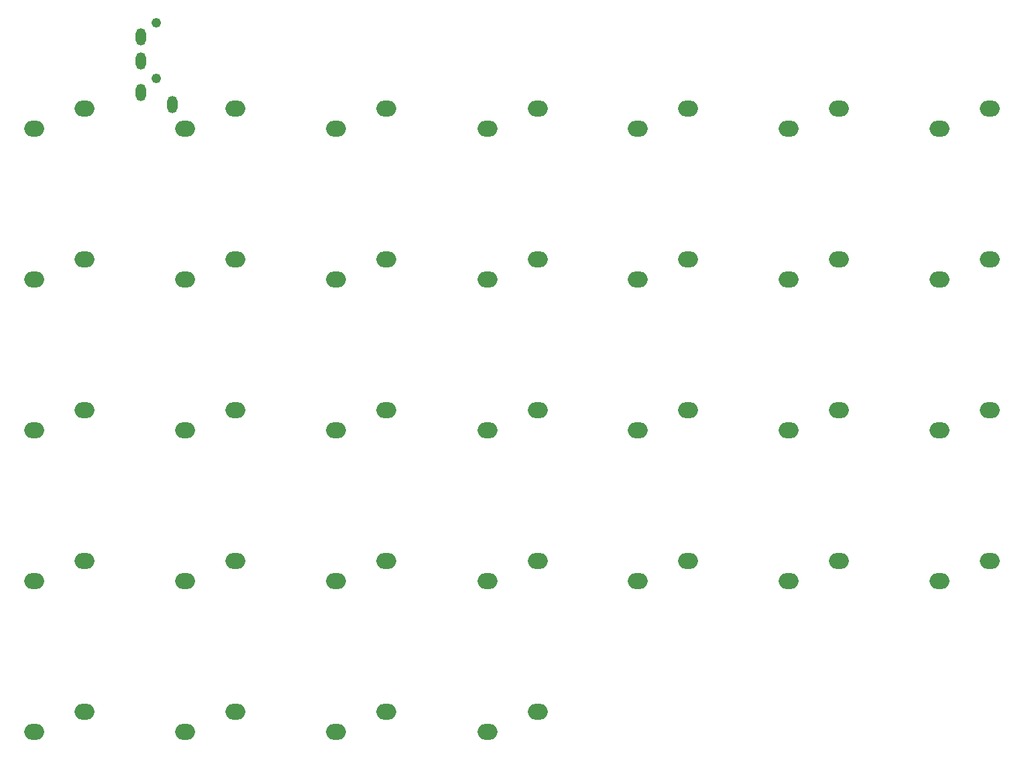
<source format=gbr>
%TF.GenerationSoftware,KiCad,Pcbnew,(7.0.0-0)*%
%TF.CreationDate,2023-03-19T23:49:49+09:00*%
%TF.ProjectId,11111_pcb,31313131-315f-4706-9362-2e6b69636164,rev?*%
%TF.SameCoordinates,Original*%
%TF.FileFunction,Legend,Top*%
%TF.FilePolarity,Positive*%
%FSLAX46Y46*%
G04 Gerber Fmt 4.6, Leading zero omitted, Abs format (unit mm)*
G04 Created by KiCad (PCBNEW (7.0.0-0)) date 2023-03-19 23:49:49*
%MOMM*%
%LPD*%
G01*
G04 APERTURE LIST*
%ADD10O,2.500000X2.000000*%
%ADD11C,1.210000*%
%ADD12O,1.300000X2.200000*%
G04 APERTURE END LIST*
D10*
%TO.C,SW54*%
X270105986Y-92671999D03*
X276455986Y-90131999D03*
%TD*%
%TO.C,SW13*%
X289105986Y-35521999D03*
X295455986Y-32981999D03*
%TD*%
%TO.C,SW8*%
X193905986Y-35521999D03*
X200255986Y-32981999D03*
%TD*%
%TO.C,SW61*%
X193905986Y-111721999D03*
X200255986Y-109181999D03*
%TD*%
%TO.C,SW26*%
X270105986Y-54571999D03*
X276455986Y-52031999D03*
%TD*%
%TO.C,SW22*%
X193905986Y-54571999D03*
X200255986Y-52031999D03*
%TD*%
%TO.C,SW62*%
X212905986Y-111721999D03*
X219255986Y-109181999D03*
%TD*%
%TO.C,SW23*%
X212905986Y-54571999D03*
X219255986Y-52031999D03*
%TD*%
%TO.C,SW12*%
X270105986Y-35521999D03*
X276455986Y-32981999D03*
%TD*%
%TO.C,SW40*%
X270105986Y-73621999D03*
X276455986Y-71081999D03*
%TD*%
%TO.C,SW53*%
X251105986Y-92671999D03*
X257455986Y-90131999D03*
%TD*%
%TO.C,SW28*%
X308205986Y-54571999D03*
X314555986Y-52031999D03*
%TD*%
%TO.C,SW51*%
X212905986Y-92671999D03*
X219255986Y-90131999D03*
%TD*%
%TO.C,SW37*%
X212905986Y-73621999D03*
X219255986Y-71081999D03*
%TD*%
%TO.C,SW56*%
X308205986Y-92671999D03*
X314555986Y-90131999D03*
%TD*%
%TO.C,SW9*%
X212905986Y-35521999D03*
X219255986Y-32981999D03*
%TD*%
%TO.C,SW27*%
X289105986Y-54571999D03*
X295455986Y-52031999D03*
%TD*%
%TO.C,SW14*%
X308205986Y-35521999D03*
X314555986Y-32981999D03*
%TD*%
%TO.C,SW50*%
X193905986Y-92671999D03*
X200255986Y-90131999D03*
%TD*%
%TO.C,SW38*%
X232005986Y-73621999D03*
X238355986Y-71081999D03*
%TD*%
%TO.C,SW11*%
X251105986Y-35521999D03*
X257455986Y-32981999D03*
%TD*%
%TO.C,SW52*%
X232005986Y-92671999D03*
X238355986Y-90131999D03*
%TD*%
%TO.C,SW39*%
X251105986Y-73621999D03*
X257455986Y-71081999D03*
%TD*%
%TO.C,SW55*%
X289105986Y-92671999D03*
X295455986Y-90131999D03*
%TD*%
%TO.C,SW24*%
X232005986Y-54571999D03*
X238355986Y-52031999D03*
%TD*%
%TO.C,SW25*%
X251105986Y-54571999D03*
X257455986Y-52031999D03*
%TD*%
D11*
%TO.C,J2*%
X209320000Y-22120000D03*
X209320000Y-29120000D03*
D12*
X211319999Y-32419999D03*
X207319999Y-23919999D03*
X207319999Y-26919999D03*
X207319999Y-30919999D03*
%TD*%
D10*
%TO.C,SW10*%
X232005986Y-35521999D03*
X238355986Y-32981999D03*
%TD*%
%TO.C,SW64*%
X251105986Y-111721999D03*
X257455986Y-109181999D03*
%TD*%
%TO.C,SW41*%
X289105986Y-73621999D03*
X295455986Y-71081999D03*
%TD*%
%TO.C,SW42*%
X308205986Y-73621999D03*
X314555986Y-71081999D03*
%TD*%
%TO.C,SW36*%
X193905986Y-73621999D03*
X200255986Y-71081999D03*
%TD*%
%TO.C,SW63*%
X232005986Y-111721999D03*
X238355986Y-109181999D03*
%TD*%
M02*

</source>
